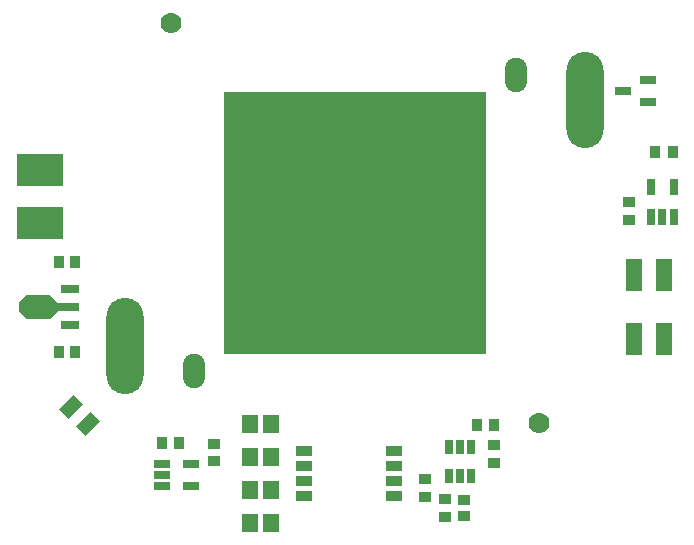
<source format=gts>
%FSLAX24Y24*%
%MOIN*%
G70*
G01*
G75*
G04 Layer_Color=8388736*
%ADD10R,0.0500X0.0299*%
%ADD11R,0.0551X0.0236*%
%ADD12R,0.0709X0.0236*%
%ADD13R,0.0315X0.0354*%
%ADD14R,0.0500X0.1000*%
%ADD15R,0.0512X0.0217*%
%ADD16R,0.0354X0.0315*%
%ADD17R,0.0472X0.0551*%
%ADD18R,0.0354X0.0276*%
%ADD19R,0.0217X0.0394*%
%ADD20R,0.0276X0.0354*%
%ADD21R,0.0217X0.0512*%
%ADD22R,0.0512X0.0236*%
%ADD23R,0.1500X0.1000*%
G04:AMPARAMS|DCode=24|XSize=60mil|YSize=40mil|CornerRadius=0mil|HoleSize=0mil|Usage=FLASHONLY|Rotation=45.000|XOffset=0mil|YOffset=0mil|HoleType=Round|Shape=Rectangle|*
%AMROTATEDRECTD24*
4,1,4,-0.0071,-0.0354,-0.0354,-0.0071,0.0071,0.0354,0.0354,0.0071,-0.0071,-0.0354,0.0*
%
%ADD24ROTATEDRECTD24*%

%ADD25O,0.1181X0.3150*%
%ADD26R,0.8661X0.8661*%
%ADD27C,0.0120*%
%ADD28C,0.0200*%
%ADD29C,0.0150*%
%ADD30C,0.0300*%
%ADD31O,0.0669X0.1102*%
%ADD32C,0.1100*%
%ADD33C,0.0400*%
%ADD34C,0.0098*%
%ADD35C,0.0079*%
%ADD36C,0.0080*%
%ADD37C,0.0100*%
%ADD38C,0.0060*%
%ADD39R,0.0560X0.0359*%
%ADD40R,0.0611X0.0296*%
%ADD41R,0.0769X0.0296*%
%ADD42R,0.0375X0.0414*%
%ADD43R,0.0560X0.1060*%
%ADD44R,0.0572X0.0277*%
%ADD45R,0.0414X0.0375*%
%ADD46R,0.0532X0.0611*%
%ADD47R,0.0414X0.0336*%
%ADD48R,0.0277X0.0454*%
%ADD49R,0.0336X0.0414*%
%ADD50R,0.0277X0.0572*%
%ADD51R,0.0572X0.0296*%
%ADD52R,0.1560X0.1060*%
G04:AMPARAMS|DCode=53|XSize=66mil|YSize=46mil|CornerRadius=0mil|HoleSize=0mil|Usage=FLASHONLY|Rotation=45.000|XOffset=0mil|YOffset=0mil|HoleType=Round|Shape=Rectangle|*
%AMROTATEDRECTD53*
4,1,4,-0.0071,-0.0396,-0.0396,-0.0071,0.0071,0.0396,0.0396,0.0071,-0.0071,-0.0396,0.0*
%
%ADD53ROTATEDRECTD53*%

%ADD54O,0.1241X0.3210*%
%ADD55R,0.8721X0.8721*%
%ADD56O,0.0729X0.1162*%
%ADD57C,0.0700*%
%ADD58C,0.0460*%
G36*
X-10176Y-2396D02*
X-10171Y-2397D01*
X-10167Y-2399D01*
X-10163Y-2402D01*
X-10159Y-2405D01*
X-9903Y-2661D01*
X-9900Y-2664D01*
X-9898Y-2668D01*
X-9896Y-2673D01*
X-9895Y-2677D01*
X-9894Y-2682D01*
Y-2918D01*
X-9895Y-2923D01*
X-9896Y-2927D01*
X-9898Y-2932D01*
X-9900Y-2936D01*
X-9903Y-2939D01*
X-10159Y-3195D01*
X-10163Y-3198D01*
X-10167Y-3201D01*
X-10171Y-3203D01*
X-10176Y-3204D01*
X-10180Y-3204D01*
X-10928D01*
X-10933Y-3204D01*
X-10938Y-3203D01*
X-10942Y-3201D01*
X-10946Y-3198D01*
X-10950Y-3195D01*
X-11206Y-2939D01*
X-11209Y-2936D01*
X-11211Y-2932D01*
X-11213Y-2927D01*
X-11214Y-2923D01*
X-11214Y-2918D01*
Y-2682D01*
X-11214Y-2677D01*
X-11213Y-2673D01*
X-11211Y-2668D01*
X-11209Y-2664D01*
X-11206Y-2661D01*
X-10950Y-2405D01*
X-10946Y-2402D01*
X-10942Y-2399D01*
X-10938Y-2397D01*
X-10933Y-2396D01*
X-10928Y-2396D01*
X-10180D01*
X-10176Y-2396D01*
D02*
G37*
D39*
X-1700Y-9100D02*
D03*
Y-8600D02*
D03*
Y-8100D02*
D03*
Y-7600D02*
D03*
X1300D02*
D03*
Y-8100D02*
D03*
Y-8600D02*
D03*
Y-9100D02*
D03*
D40*
X-9491Y-2209D02*
D03*
Y-3391D02*
D03*
D41*
X-9570Y-2800D02*
D03*
D42*
X-6426Y-7350D02*
D03*
X-5874D02*
D03*
X-9324Y-4300D02*
D03*
X-9876D02*
D03*
X-9324Y-1300D02*
D03*
X-9876D02*
D03*
D43*
X10300Y-1725D02*
D03*
Y-3875D02*
D03*
X9300Y-1725D02*
D03*
Y-3875D02*
D03*
D44*
X-5458Y-8026D02*
D03*
Y-8774D02*
D03*
X-6442D02*
D03*
Y-8400D02*
D03*
Y-8026D02*
D03*
D45*
X-4700Y-7926D02*
D03*
Y-7374D02*
D03*
X3650Y-9224D02*
D03*
Y-9776D02*
D03*
D46*
X-2796Y-10000D02*
D03*
X-3504D02*
D03*
X-2796Y-8900D02*
D03*
X-3504D02*
D03*
X-2796Y-7800D02*
D03*
X-3504D02*
D03*
X-2796Y-6700D02*
D03*
X-3504D02*
D03*
D47*
X2350Y-8555D02*
D03*
Y-9145D02*
D03*
X3000Y-9205D02*
D03*
Y-9795D02*
D03*
X4650Y-7995D02*
D03*
Y-7405D02*
D03*
X9150Y695D02*
D03*
Y105D02*
D03*
D48*
X3874Y-7478D02*
D03*
X3500D02*
D03*
X3126D02*
D03*
Y-8422D02*
D03*
X3500D02*
D03*
X3874D02*
D03*
D49*
X4645Y-6750D02*
D03*
X4055D02*
D03*
X10595Y2350D02*
D03*
X10005D02*
D03*
D50*
X9876Y1192D02*
D03*
X10624D02*
D03*
Y208D02*
D03*
X10250D02*
D03*
X9876D02*
D03*
D51*
X8937Y4400D02*
D03*
X9763Y4774D02*
D03*
Y4026D02*
D03*
D52*
X-10500Y1750D02*
D03*
Y0D02*
D03*
D53*
X-9450Y-6150D02*
D03*
X-8900Y-6700D02*
D03*
D54*
X-7677Y-4094D02*
D03*
X7677Y4094D02*
D03*
D55*
X0Y0D02*
D03*
D56*
X-5358Y-4937D02*
D03*
X5358Y4937D02*
D03*
D57*
X6130Y-6660D02*
D03*
X-6130Y6660D02*
D03*
D58*
X0Y0D02*
D03*
X787D02*
D03*
X1575D02*
D03*
X2362D02*
D03*
X-787D02*
D03*
X-1575D02*
D03*
X-2362D02*
D03*
Y787D02*
D03*
X-1575D02*
D03*
X-787D02*
D03*
X2362D02*
D03*
X1575D02*
D03*
X787D02*
D03*
X0D02*
D03*
X-2362Y1575D02*
D03*
X-1575D02*
D03*
X-787D02*
D03*
X2362D02*
D03*
X1575D02*
D03*
X787D02*
D03*
X0D02*
D03*
X-2362Y-787D02*
D03*
X-1575D02*
D03*
X-787D02*
D03*
X2362D02*
D03*
X1575D02*
D03*
X787D02*
D03*
X0D02*
D03*
X-2362Y-1575D02*
D03*
X-1575D02*
D03*
X-787D02*
D03*
X2362D02*
D03*
X1575D02*
D03*
X787D02*
D03*
X0D02*
D03*
X-2362Y-2362D02*
D03*
X-1575D02*
D03*
X-787D02*
D03*
X2362D02*
D03*
X1575D02*
D03*
X787D02*
D03*
X0D02*
D03*
X-2362Y2362D02*
D03*
X-1575D02*
D03*
X-787D02*
D03*
X2362D02*
D03*
X1575D02*
D03*
X787D02*
D03*
X0D02*
D03*
M02*

</source>
